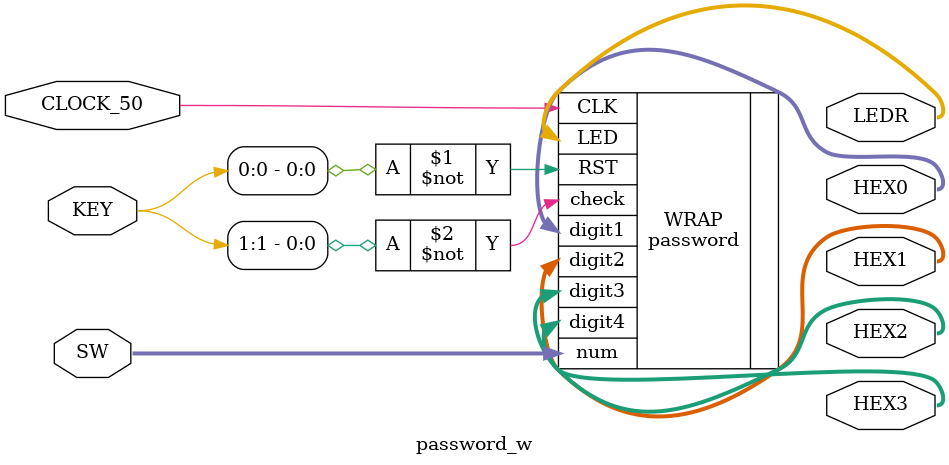
<source format=v>
module password_w(
	input CLOCK_50,
	input [3:0] KEY,
	input [9:0] SW,
	output [6:0] HEX0, HEX1, HEX2, HEX3,
	output [9:0] LEDR
);

password WRAP( 
	.CLK(CLOCK_50),
	.RST(~KEY[0]),
	.check(~KEY[1]),
	.num(SW[9:0]),
	.digit1(HEX0),
	.digit2(HEX1),
	.digit3(HEX2),
	.digit4(HEX3),
	.LED(LEDR)
);

endmodule
</source>
